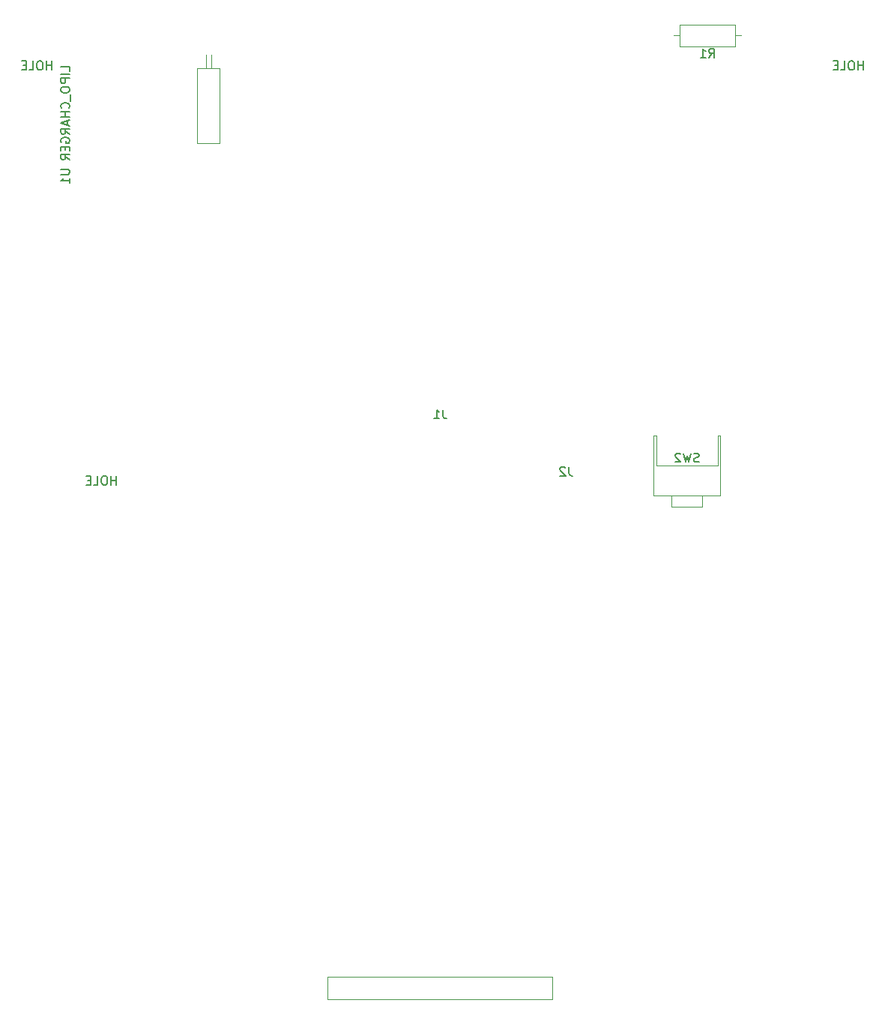
<source format=gbr>
G04 #@! TF.GenerationSoftware,KiCad,Pcbnew,(5.1.9-0-10_14)*
G04 #@! TF.CreationDate,2021-07-18T00:17:51-07:00*
G04 #@! TF.ProjectId,system_advance,73797374-656d-45f6-9164-76616e63652e,1.0-dev0*
G04 #@! TF.SameCoordinates,Original*
G04 #@! TF.FileFunction,Other,Fab,Bot*
%FSLAX46Y46*%
G04 Gerber Fmt 4.6, Leading zero omitted, Abs format (unit mm)*
G04 Created by KiCad (PCBNEW (5.1.9-0-10_14)) date 2021-07-18 00:17:51*
%MOMM*%
%LPD*%
G01*
G04 APERTURE LIST*
%ADD10C,0.100000*%
%ADD11C,0.150000*%
G04 APERTURE END LIST*
D10*
X120650000Y-220599000D02*
X95250000Y-220599000D01*
X120650000Y-223139000D02*
X95250000Y-223139000D01*
X120650000Y-223139000D02*
X120650000Y-220599000D01*
X95250000Y-220599000D02*
X95250000Y-223139000D01*
X80518000Y-126489000D02*
X80518000Y-117983000D01*
X83058000Y-126489000D02*
X83058000Y-117983000D01*
X82088000Y-117979000D02*
X82088000Y-116459000D01*
X81488000Y-116459000D02*
X81488000Y-117979000D01*
X80518000Y-117983000D02*
X83058000Y-117983000D01*
X80518000Y-126489000D02*
X83058000Y-126489000D01*
X141986000Y-114300000D02*
X141326000Y-114300000D01*
X134366000Y-114300000D02*
X135026000Y-114300000D01*
X141326000Y-115550000D02*
X135026000Y-115550000D01*
X141326000Y-113050000D02*
X141326000Y-115550000D01*
X135026000Y-113050000D02*
X141326000Y-113050000D01*
X135026000Y-115550000D02*
X135026000Y-113050000D01*
X132404000Y-159503000D02*
X132404000Y-162843000D01*
X139304000Y-159503000D02*
X139604000Y-159503000D01*
X132104000Y-159503000D02*
X132104000Y-166293000D01*
X132104000Y-166293000D02*
X139604000Y-166293000D01*
X139604000Y-159503000D02*
X139604000Y-166293000D01*
X132404000Y-162843000D02*
X139304000Y-162843000D01*
X132104000Y-159503000D02*
X132404000Y-159503000D01*
X139304000Y-159503000D02*
X139304000Y-162843000D01*
X134104000Y-167553000D02*
X137604000Y-167553000D01*
X137604000Y-167553000D02*
X137604000Y-166293000D01*
X134104000Y-167553000D02*
X134104000Y-166293000D01*
D11*
X122507333Y-163028380D02*
X122507333Y-163742666D01*
X122554952Y-163885523D01*
X122650190Y-163980761D01*
X122793047Y-164028380D01*
X122888285Y-164028380D01*
X122078761Y-163123619D02*
X122031142Y-163076000D01*
X121935904Y-163028380D01*
X121697809Y-163028380D01*
X121602571Y-163076000D01*
X121554952Y-163123619D01*
X121507333Y-163218857D01*
X121507333Y-163314095D01*
X121554952Y-163456952D01*
X122126380Y-164028380D01*
X121507333Y-164028380D01*
X108283333Y-156568480D02*
X108283333Y-157282766D01*
X108330952Y-157425623D01*
X108426190Y-157520861D01*
X108569047Y-157568480D01*
X108664285Y-157568480D01*
X107283333Y-157568480D02*
X107854761Y-157568480D01*
X107569047Y-157568480D02*
X107569047Y-156568480D01*
X107664285Y-156711338D01*
X107759523Y-156806576D01*
X107854761Y-156854195D01*
X64069666Y-118181380D02*
X64069666Y-117181380D01*
X64069666Y-117657571D02*
X63498238Y-117657571D01*
X63498238Y-118181380D02*
X63498238Y-117181380D01*
X62831571Y-117181380D02*
X62641095Y-117181380D01*
X62545857Y-117229000D01*
X62450619Y-117324238D01*
X62403000Y-117514714D01*
X62403000Y-117848047D01*
X62450619Y-118038523D01*
X62545857Y-118133761D01*
X62641095Y-118181380D01*
X62831571Y-118181380D01*
X62926809Y-118133761D01*
X63022047Y-118038523D01*
X63069666Y-117848047D01*
X63069666Y-117514714D01*
X63022047Y-117324238D01*
X62926809Y-117229000D01*
X62831571Y-117181380D01*
X61498238Y-118181380D02*
X61974428Y-118181380D01*
X61974428Y-117181380D01*
X61164904Y-117657571D02*
X60831571Y-117657571D01*
X60688714Y-118181380D02*
X61164904Y-118181380D01*
X61164904Y-117181380D01*
X60688714Y-117181380D01*
X71369066Y-165044380D02*
X71369066Y-164044380D01*
X71369066Y-164520571D02*
X70797638Y-164520571D01*
X70797638Y-165044380D02*
X70797638Y-164044380D01*
X70130971Y-164044380D02*
X69940495Y-164044380D01*
X69845257Y-164092000D01*
X69750019Y-164187238D01*
X69702400Y-164377714D01*
X69702400Y-164711047D01*
X69750019Y-164901523D01*
X69845257Y-164996761D01*
X69940495Y-165044380D01*
X70130971Y-165044380D01*
X70226209Y-164996761D01*
X70321447Y-164901523D01*
X70369066Y-164711047D01*
X70369066Y-164377714D01*
X70321447Y-164187238D01*
X70226209Y-164092000D01*
X70130971Y-164044380D01*
X68797638Y-165044380D02*
X69273828Y-165044380D01*
X69273828Y-164044380D01*
X68464304Y-164520571D02*
X68130971Y-164520571D01*
X67988114Y-165044380D02*
X68464304Y-165044380D01*
X68464304Y-164044380D01*
X67988114Y-164044380D01*
X155763666Y-118181380D02*
X155763666Y-117181380D01*
X155763666Y-117657571D02*
X155192238Y-117657571D01*
X155192238Y-118181380D02*
X155192238Y-117181380D01*
X154525571Y-117181380D02*
X154335095Y-117181380D01*
X154239857Y-117229000D01*
X154144619Y-117324238D01*
X154097000Y-117514714D01*
X154097000Y-117848047D01*
X154144619Y-118038523D01*
X154239857Y-118133761D01*
X154335095Y-118181380D01*
X154525571Y-118181380D01*
X154620809Y-118133761D01*
X154716047Y-118038523D01*
X154763666Y-117848047D01*
X154763666Y-117514714D01*
X154716047Y-117324238D01*
X154620809Y-117229000D01*
X154525571Y-117181380D01*
X153192238Y-118181380D02*
X153668428Y-118181380D01*
X153668428Y-117181380D01*
X152858904Y-117657571D02*
X152525571Y-117657571D01*
X152382714Y-118181380D02*
X152858904Y-118181380D01*
X152858904Y-117181380D01*
X152382714Y-117181380D01*
X138342666Y-116784380D02*
X138676000Y-116308190D01*
X138914095Y-116784380D02*
X138914095Y-115784380D01*
X138533142Y-115784380D01*
X138437904Y-115832000D01*
X138390285Y-115879619D01*
X138342666Y-115974857D01*
X138342666Y-116117714D01*
X138390285Y-116212952D01*
X138437904Y-116260571D01*
X138533142Y-116308190D01*
X138914095Y-116308190D01*
X137390285Y-116784380D02*
X137961714Y-116784380D01*
X137676000Y-116784380D02*
X137676000Y-115784380D01*
X137771238Y-115927238D01*
X137866476Y-116022476D01*
X137961714Y-116070095D01*
X137187333Y-162427761D02*
X137044476Y-162475380D01*
X136806380Y-162475380D01*
X136711142Y-162427761D01*
X136663523Y-162380142D01*
X136615904Y-162284904D01*
X136615904Y-162189666D01*
X136663523Y-162094428D01*
X136711142Y-162046809D01*
X136806380Y-161999190D01*
X136996857Y-161951571D01*
X137092095Y-161903952D01*
X137139714Y-161856333D01*
X137187333Y-161761095D01*
X137187333Y-161665857D01*
X137139714Y-161570619D01*
X137092095Y-161523000D01*
X136996857Y-161475380D01*
X136758761Y-161475380D01*
X136615904Y-161523000D01*
X136282571Y-161475380D02*
X136044476Y-162475380D01*
X135854000Y-161761095D01*
X135663523Y-162475380D01*
X135425428Y-161475380D01*
X135092095Y-161570619D02*
X135044476Y-161523000D01*
X134949238Y-161475380D01*
X134711142Y-161475380D01*
X134615904Y-161523000D01*
X134568285Y-161570619D01*
X134520666Y-161665857D01*
X134520666Y-161761095D01*
X134568285Y-161903952D01*
X135139714Y-162475380D01*
X134520666Y-162475380D01*
X65111380Y-129413095D02*
X65920904Y-129413095D01*
X66016142Y-129460714D01*
X66063761Y-129508333D01*
X66111380Y-129603571D01*
X66111380Y-129794047D01*
X66063761Y-129889285D01*
X66016142Y-129936904D01*
X65920904Y-129984523D01*
X65111380Y-129984523D01*
X66111380Y-130984523D02*
X66111380Y-130413095D01*
X66111380Y-130698809D02*
X65111380Y-130698809D01*
X65254238Y-130603571D01*
X65349476Y-130508333D01*
X65397095Y-130413095D01*
X66111380Y-118324904D02*
X66111380Y-117848714D01*
X65111380Y-117848714D01*
X66111380Y-118658238D02*
X65111380Y-118658238D01*
X66111380Y-119134428D02*
X65111380Y-119134428D01*
X65111380Y-119515380D01*
X65159000Y-119610619D01*
X65206619Y-119658238D01*
X65301857Y-119705857D01*
X65444714Y-119705857D01*
X65539952Y-119658238D01*
X65587571Y-119610619D01*
X65635190Y-119515380D01*
X65635190Y-119134428D01*
X65111380Y-120324904D02*
X65111380Y-120515380D01*
X65159000Y-120610619D01*
X65254238Y-120705857D01*
X65444714Y-120753476D01*
X65778047Y-120753476D01*
X65968523Y-120705857D01*
X66063761Y-120610619D01*
X66111380Y-120515380D01*
X66111380Y-120324904D01*
X66063761Y-120229666D01*
X65968523Y-120134428D01*
X65778047Y-120086809D01*
X65444714Y-120086809D01*
X65254238Y-120134428D01*
X65159000Y-120229666D01*
X65111380Y-120324904D01*
X66206619Y-120943952D02*
X66206619Y-121705857D01*
X66016142Y-122515380D02*
X66063761Y-122467761D01*
X66111380Y-122324904D01*
X66111380Y-122229666D01*
X66063761Y-122086809D01*
X65968523Y-121991571D01*
X65873285Y-121943952D01*
X65682809Y-121896333D01*
X65539952Y-121896333D01*
X65349476Y-121943952D01*
X65254238Y-121991571D01*
X65159000Y-122086809D01*
X65111380Y-122229666D01*
X65111380Y-122324904D01*
X65159000Y-122467761D01*
X65206619Y-122515380D01*
X66111380Y-122943952D02*
X65111380Y-122943952D01*
X65587571Y-122943952D02*
X65587571Y-123515380D01*
X66111380Y-123515380D02*
X65111380Y-123515380D01*
X65825666Y-123943952D02*
X65825666Y-124420142D01*
X66111380Y-123848714D02*
X65111380Y-124182047D01*
X66111380Y-124515380D01*
X66111380Y-125420142D02*
X65635190Y-125086809D01*
X66111380Y-124848714D02*
X65111380Y-124848714D01*
X65111380Y-125229666D01*
X65159000Y-125324904D01*
X65206619Y-125372523D01*
X65301857Y-125420142D01*
X65444714Y-125420142D01*
X65539952Y-125372523D01*
X65587571Y-125324904D01*
X65635190Y-125229666D01*
X65635190Y-124848714D01*
X65159000Y-126372523D02*
X65111380Y-126277285D01*
X65111380Y-126134428D01*
X65159000Y-125991571D01*
X65254238Y-125896333D01*
X65349476Y-125848714D01*
X65539952Y-125801095D01*
X65682809Y-125801095D01*
X65873285Y-125848714D01*
X65968523Y-125896333D01*
X66063761Y-125991571D01*
X66111380Y-126134428D01*
X66111380Y-126229666D01*
X66063761Y-126372523D01*
X66016142Y-126420142D01*
X65682809Y-126420142D01*
X65682809Y-126229666D01*
X65587571Y-126848714D02*
X65587571Y-127182047D01*
X66111380Y-127324904D02*
X66111380Y-126848714D01*
X65111380Y-126848714D01*
X65111380Y-127324904D01*
X66111380Y-128324904D02*
X65635190Y-127991571D01*
X66111380Y-127753476D02*
X65111380Y-127753476D01*
X65111380Y-128134428D01*
X65159000Y-128229666D01*
X65206619Y-128277285D01*
X65301857Y-128324904D01*
X65444714Y-128324904D01*
X65539952Y-128277285D01*
X65587571Y-128229666D01*
X65635190Y-128134428D01*
X65635190Y-127753476D01*
M02*

</source>
